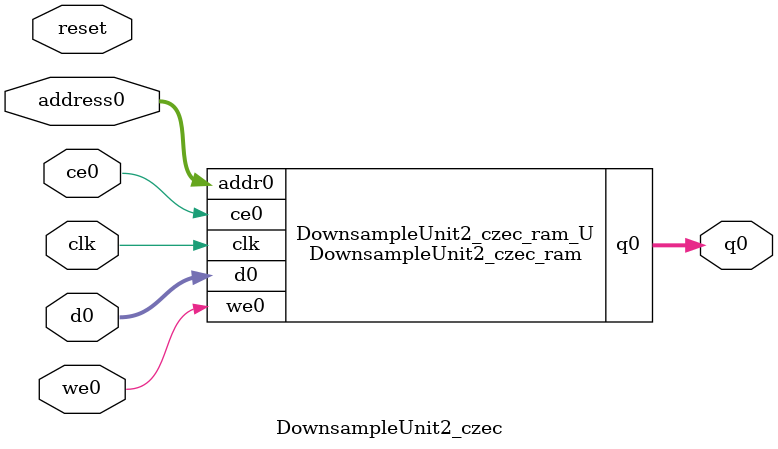
<source format=v>

`timescale 1 ns / 1 ps
module DownsampleUnit2_czec_ram (addr0, ce0, d0, we0, q0,  clk);

parameter DWIDTH = 32;
parameter AWIDTH = 11;
parameter MEM_SIZE = 1536;

input[AWIDTH-1:0] addr0;
input ce0;
input[DWIDTH-1:0] d0;
input we0;
output reg[DWIDTH-1:0] q0;
input clk;

(* ram_style = "block" *)reg [DWIDTH-1:0] ram[0:MEM_SIZE-1];




always @(posedge clk)  
begin 
    if (ce0) 
    begin
        if (we0) 
        begin 
            ram[addr0] <= d0; 
            q0 <= d0;
        end 
        else 
            q0 <= ram[addr0];
    end
end


endmodule


`timescale 1 ns / 1 ps
module DownsampleUnit2_czec(
    reset,
    clk,
    address0,
    ce0,
    we0,
    d0,
    q0);

parameter DataWidth = 32'd32;
parameter AddressRange = 32'd1536;
parameter AddressWidth = 32'd11;
input reset;
input clk;
input[AddressWidth - 1:0] address0;
input ce0;
input we0;
input[DataWidth - 1:0] d0;
output[DataWidth - 1:0] q0;



DownsampleUnit2_czec_ram DownsampleUnit2_czec_ram_U(
    .clk( clk ),
    .addr0( address0 ),
    .ce0( ce0 ),
    .d0( d0 ),
    .we0( we0 ),
    .q0( q0 ));

endmodule


</source>
